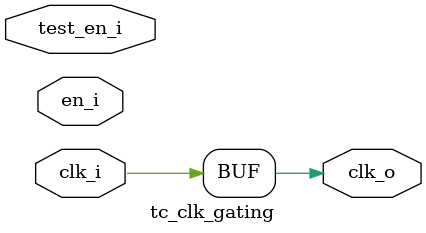
<source format=sv>
module tc_clk_gating #(
  /// This paramaeter is a hint for tool/technology specific mappings of this
  /// tech_cell. It indicates wether this particular clk gate instance is
  /// required for functional correctness or just instantiated for power
  /// savings. If IS_FUNCTIONAL == 0, technology specific mappings might
  /// replace this cell with a feedthrough connection without any gating.
  parameter bit IS_FUNCTIONAL = 1'b1
)(
   input  logic clk_i,
   input  logic en_i,
   input  logic test_en_i,
   output logic clk_o
);

  assign clk_o = clk_i;

endmodule
</source>
